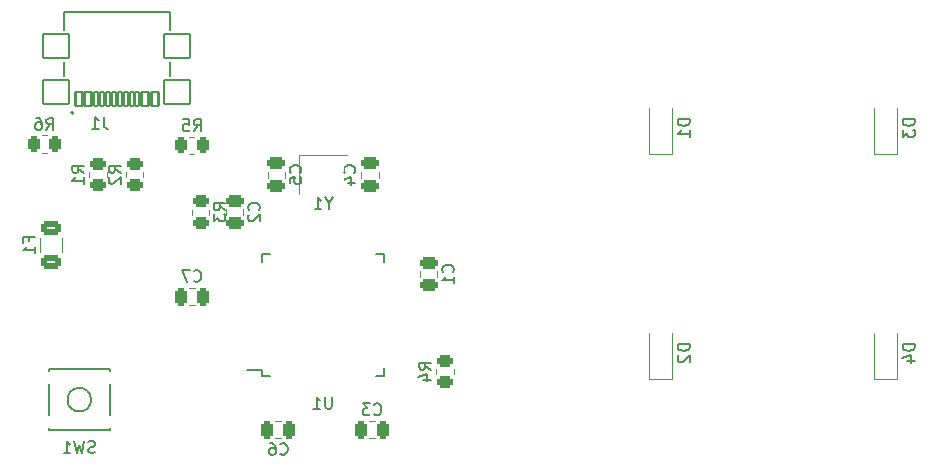
<source format=gbo>
G04 #@! TF.GenerationSoftware,KiCad,Pcbnew,6.0.11-2627ca5db0~126~ubuntu20.04.1*
G04 #@! TF.CreationDate,2024-07-14T02:52:22-04:00*
G04 #@! TF.ProjectId,mapel2x2-pcb,6d617065-6c32-4783-922d-7063622e6b69,rev?*
G04 #@! TF.SameCoordinates,Original*
G04 #@! TF.FileFunction,Legend,Bot*
G04 #@! TF.FilePolarity,Positive*
%FSLAX46Y46*%
G04 Gerber Fmt 4.6, Leading zero omitted, Abs format (unit mm)*
G04 Created by KiCad (PCBNEW 6.0.11-2627ca5db0~126~ubuntu20.04.1) date 2024-07-14 02:52:22*
%MOMM*%
%LPD*%
G01*
G04 APERTURE LIST*
G04 Aperture macros list*
%AMRoundRect*
0 Rectangle with rounded corners*
0 $1 Rounding radius*
0 $2 $3 $4 $5 $6 $7 $8 $9 X,Y pos of 4 corners*
0 Add a 4 corners polygon primitive as box body*
4,1,4,$2,$3,$4,$5,$6,$7,$8,$9,$2,$3,0*
0 Add four circle primitives for the rounded corners*
1,1,$1+$1,$2,$3*
1,1,$1+$1,$4,$5*
1,1,$1+$1,$6,$7*
1,1,$1+$1,$8,$9*
0 Add four rect primitives between the rounded corners*
20,1,$1+$1,$2,$3,$4,$5,0*
20,1,$1+$1,$4,$5,$6,$7,0*
20,1,$1+$1,$6,$7,$8,$9,0*
20,1,$1+$1,$8,$9,$2,$3,0*%
%AMHorizOval*
0 Thick line with rounded ends*
0 $1 width*
0 $2 $3 position (X,Y) of the first rounded end (center of the circle)*
0 $4 $5 position (X,Y) of the second rounded end (center of the circle)*
0 Add line between two ends*
20,1,$1,$2,$3,$4,$5,0*
0 Add two circle primitives to create the rounded ends*
1,1,$1,$2,$3*
1,1,$1,$4,$5*%
G04 Aperture macros list end*
%ADD10C,0.150000*%
%ADD11C,0.200000*%
%ADD12C,0.120000*%
%ADD13RoundRect,0.102000X-0.300000X-0.575000X0.300000X-0.575000X0.300000X0.575000X-0.300000X0.575000X0*%
%ADD14RoundRect,0.102000X-0.150000X-0.575000X0.150000X-0.575000X0.150000X0.575000X-0.150000X0.575000X0*%
%ADD15RoundRect,0.102000X-1.090000X-1.000000X1.090000X-1.000000X1.090000X1.000000X-1.090000X1.000000X0*%
%ADD16C,0.650000*%
%ADD17R,1.400000X1.200000*%
%ADD18R,1.500000X0.550000*%
%ADD19R,0.550000X1.500000*%
%ADD20R,1.800000X1.100000*%
%ADD21RoundRect,0.250000X0.262500X0.450000X-0.262500X0.450000X-0.262500X-0.450000X0.262500X-0.450000X0*%
%ADD22RoundRect,0.250000X-0.450000X0.262500X-0.450000X-0.262500X0.450000X-0.262500X0.450000X0.262500X0*%
%ADD23RoundRect,0.250000X0.450000X-0.262500X0.450000X0.262500X-0.450000X0.262500X-0.450000X-0.262500X0*%
%ADD24HorizOval,2.250000X0.020000X0.290000X-0.020000X-0.290000X0*%
%ADD25C,2.250000*%
%ADD26HorizOval,2.250000X0.655001X0.730000X-0.655001X-0.730000X0*%
%ADD27C,3.987800*%
%ADD28C,1.750000*%
%ADD29RoundRect,0.250000X-0.625000X0.375000X-0.625000X-0.375000X0.625000X-0.375000X0.625000X0.375000X0*%
%ADD30R,1.200000X0.900000*%
%ADD31RoundRect,0.250000X0.250000X0.475000X-0.250000X0.475000X-0.250000X-0.475000X0.250000X-0.475000X0*%
%ADD32RoundRect,0.250000X-0.250000X-0.475000X0.250000X-0.475000X0.250000X0.475000X-0.250000X0.475000X0*%
%ADD33RoundRect,0.250000X0.475000X-0.250000X0.475000X0.250000X-0.475000X0.250000X-0.475000X-0.250000X0*%
%ADD34RoundRect,0.250000X-0.475000X0.250000X-0.475000X-0.250000X0.475000X-0.250000X0.475000X0.250000X0*%
G04 APERTURE END LIST*
D10*
G04 #@! TO.C,J1*
X176708333Y-111806130D02*
X176708333Y-112520416D01*
X176755952Y-112663273D01*
X176851190Y-112758511D01*
X176994047Y-112806130D01*
X177089285Y-112806130D01*
X175708333Y-112806130D02*
X176279761Y-112806130D01*
X175994047Y-112806130D02*
X175994047Y-111806130D01*
X176089285Y-111948988D01*
X176184523Y-112044226D01*
X176279761Y-112091845D01*
G04 #@! TO.C,Y1*
X195738690Y-119107440D02*
X195738690Y-119583630D01*
X196072023Y-118583630D02*
X195738690Y-119107440D01*
X195405357Y-118583630D01*
X194548214Y-119583630D02*
X195119642Y-119583630D01*
X194833928Y-119583630D02*
X194833928Y-118583630D01*
X194929166Y-118726488D01*
X195024404Y-118821726D01*
X195119642Y-118869345D01*
G04 #@! TO.C,U1*
X196024404Y-135489880D02*
X196024404Y-136299404D01*
X195976785Y-136394642D01*
X195929166Y-136442261D01*
X195833928Y-136489880D01*
X195643452Y-136489880D01*
X195548214Y-136442261D01*
X195500595Y-136394642D01*
X195452976Y-136299404D01*
X195452976Y-135489880D01*
X194452976Y-136489880D02*
X195024404Y-136489880D01*
X194738690Y-136489880D02*
X194738690Y-135489880D01*
X194833928Y-135632738D01*
X194929166Y-135727976D01*
X195024404Y-135775595D01*
G04 #@! TO.C,SW1*
X175958333Y-140200011D02*
X175815476Y-140247630D01*
X175577380Y-140247630D01*
X175482142Y-140200011D01*
X175434523Y-140152392D01*
X175386904Y-140057154D01*
X175386904Y-139961916D01*
X175434523Y-139866678D01*
X175482142Y-139819059D01*
X175577380Y-139771440D01*
X175767857Y-139723821D01*
X175863095Y-139676202D01*
X175910714Y-139628583D01*
X175958333Y-139533345D01*
X175958333Y-139438107D01*
X175910714Y-139342869D01*
X175863095Y-139295250D01*
X175767857Y-139247630D01*
X175529761Y-139247630D01*
X175386904Y-139295250D01*
X175053571Y-139247630D02*
X174815476Y-140247630D01*
X174625000Y-139533345D01*
X174434523Y-140247630D01*
X174196428Y-139247630D01*
X173291666Y-140247630D02*
X173863095Y-140247630D01*
X173577380Y-140247630D02*
X173577380Y-139247630D01*
X173672619Y-139390488D01*
X173767857Y-139485726D01*
X173863095Y-139533345D01*
G04 #@! TO.C,R6*
X171843730Y-112879880D02*
X172177064Y-112403690D01*
X172415159Y-112879880D02*
X172415159Y-111879880D01*
X172034206Y-111879880D01*
X171938968Y-111927500D01*
X171891349Y-111975119D01*
X171843730Y-112070357D01*
X171843730Y-112213214D01*
X171891349Y-112308452D01*
X171938968Y-112356071D01*
X172034206Y-112403690D01*
X172415159Y-112403690D01*
X170986587Y-111879880D02*
X171177064Y-111879880D01*
X171272302Y-111927500D01*
X171319921Y-111975119D01*
X171415159Y-112117976D01*
X171462778Y-112308452D01*
X171462778Y-112689404D01*
X171415159Y-112784642D01*
X171367540Y-112832261D01*
X171272302Y-112879880D01*
X171081825Y-112879880D01*
X170986587Y-112832261D01*
X170938968Y-112784642D01*
X170891349Y-112689404D01*
X170891349Y-112451309D01*
X170938968Y-112356071D01*
X170986587Y-112308452D01*
X171081825Y-112260833D01*
X171272302Y-112260833D01*
X171367540Y-112308452D01*
X171415159Y-112356071D01*
X171462778Y-112451309D01*
G04 #@! TO.C,R5*
X184316666Y-112989880D02*
X184650000Y-112513690D01*
X184888095Y-112989880D02*
X184888095Y-111989880D01*
X184507142Y-111989880D01*
X184411904Y-112037500D01*
X184364285Y-112085119D01*
X184316666Y-112180357D01*
X184316666Y-112323214D01*
X184364285Y-112418452D01*
X184411904Y-112466071D01*
X184507142Y-112513690D01*
X184888095Y-112513690D01*
X183411904Y-111989880D02*
X183888095Y-111989880D01*
X183935714Y-112466071D01*
X183888095Y-112418452D01*
X183792857Y-112370833D01*
X183554761Y-112370833D01*
X183459523Y-112418452D01*
X183411904Y-112466071D01*
X183364285Y-112561309D01*
X183364285Y-112799404D01*
X183411904Y-112894642D01*
X183459523Y-112942261D01*
X183554761Y-112989880D01*
X183792857Y-112989880D01*
X183888095Y-112942261D01*
X183935714Y-112894642D01*
G04 #@! TO.C,R4*
X204383630Y-133183333D02*
X203907440Y-132850000D01*
X204383630Y-132611904D02*
X203383630Y-132611904D01*
X203383630Y-132992857D01*
X203431250Y-133088095D01*
X203478869Y-133135714D01*
X203574107Y-133183333D01*
X203716964Y-133183333D01*
X203812202Y-133135714D01*
X203859821Y-133088095D01*
X203907440Y-132992857D01*
X203907440Y-132611904D01*
X203716964Y-134040476D02*
X204383630Y-134040476D01*
X203336011Y-133802380D02*
X204050297Y-133564285D01*
X204050297Y-134183333D01*
G04 #@! TO.C,R3*
X186996130Y-119689583D02*
X186519940Y-119356250D01*
X186996130Y-119118154D02*
X185996130Y-119118154D01*
X185996130Y-119499107D01*
X186043750Y-119594345D01*
X186091369Y-119641964D01*
X186186607Y-119689583D01*
X186329464Y-119689583D01*
X186424702Y-119641964D01*
X186472321Y-119594345D01*
X186519940Y-119499107D01*
X186519940Y-119118154D01*
X185996130Y-120022916D02*
X185996130Y-120641964D01*
X186377083Y-120308630D01*
X186377083Y-120451488D01*
X186424702Y-120546726D01*
X186472321Y-120594345D01*
X186567559Y-120641964D01*
X186805654Y-120641964D01*
X186900892Y-120594345D01*
X186948511Y-120546726D01*
X186996130Y-120451488D01*
X186996130Y-120165773D01*
X186948511Y-120070535D01*
X186900892Y-120022916D01*
G04 #@! TO.C,R2*
X178126380Y-116514583D02*
X177650190Y-116181250D01*
X178126380Y-115943154D02*
X177126380Y-115943154D01*
X177126380Y-116324107D01*
X177174000Y-116419345D01*
X177221619Y-116466964D01*
X177316857Y-116514583D01*
X177459714Y-116514583D01*
X177554952Y-116466964D01*
X177602571Y-116419345D01*
X177650190Y-116324107D01*
X177650190Y-115943154D01*
X177221619Y-116895535D02*
X177174000Y-116943154D01*
X177126380Y-117038392D01*
X177126380Y-117276488D01*
X177174000Y-117371726D01*
X177221619Y-117419345D01*
X177316857Y-117466964D01*
X177412095Y-117466964D01*
X177554952Y-117419345D01*
X178126380Y-116847916D01*
X178126380Y-117466964D01*
G04 #@! TO.C,R1*
X175014880Y-116514583D02*
X174538690Y-116181250D01*
X175014880Y-115943154D02*
X174014880Y-115943154D01*
X174014880Y-116324107D01*
X174062500Y-116419345D01*
X174110119Y-116466964D01*
X174205357Y-116514583D01*
X174348214Y-116514583D01*
X174443452Y-116466964D01*
X174491071Y-116419345D01*
X174538690Y-116324107D01*
X174538690Y-115943154D01*
X175014880Y-117466964D02*
X175014880Y-116895535D01*
X175014880Y-117181250D02*
X174014880Y-117181250D01*
X174157738Y-117086011D01*
X174252976Y-116990773D01*
X174300595Y-116895535D01*
G04 #@! TO.C,F1*
X170352321Y-122304166D02*
X170352321Y-121970833D01*
X170876130Y-121970833D02*
X169876130Y-121970833D01*
X169876130Y-122447023D01*
X170876130Y-123351785D02*
X170876130Y-122780357D01*
X170876130Y-123066071D02*
X169876130Y-123066071D01*
X170018988Y-122970833D01*
X170114226Y-122875595D01*
X170161845Y-122780357D01*
G04 #@! TO.C,D4*
X245339880Y-131024404D02*
X244339880Y-131024404D01*
X244339880Y-131262500D01*
X244387500Y-131405357D01*
X244482738Y-131500595D01*
X244577976Y-131548214D01*
X244768452Y-131595833D01*
X244911309Y-131595833D01*
X245101785Y-131548214D01*
X245197023Y-131500595D01*
X245292261Y-131405357D01*
X245339880Y-131262500D01*
X245339880Y-131024404D01*
X244673214Y-132452976D02*
X245339880Y-132452976D01*
X244292261Y-132214880D02*
X245006547Y-131976785D01*
X245006547Y-132595833D01*
G04 #@! TO.C,D3*
X245339880Y-111974404D02*
X244339880Y-111974404D01*
X244339880Y-112212500D01*
X244387500Y-112355357D01*
X244482738Y-112450595D01*
X244577976Y-112498214D01*
X244768452Y-112545833D01*
X244911309Y-112545833D01*
X245101785Y-112498214D01*
X245197023Y-112450595D01*
X245292261Y-112355357D01*
X245339880Y-112212500D01*
X245339880Y-111974404D01*
X244339880Y-112879166D02*
X244339880Y-113498214D01*
X244720833Y-113164880D01*
X244720833Y-113307738D01*
X244768452Y-113402976D01*
X244816071Y-113450595D01*
X244911309Y-113498214D01*
X245149404Y-113498214D01*
X245244642Y-113450595D01*
X245292261Y-113402976D01*
X245339880Y-113307738D01*
X245339880Y-113022023D01*
X245292261Y-112926785D01*
X245244642Y-112879166D01*
G04 #@! TO.C,D2*
X226289880Y-131024404D02*
X225289880Y-131024404D01*
X225289880Y-131262500D01*
X225337500Y-131405357D01*
X225432738Y-131500595D01*
X225527976Y-131548214D01*
X225718452Y-131595833D01*
X225861309Y-131595833D01*
X226051785Y-131548214D01*
X226147023Y-131500595D01*
X226242261Y-131405357D01*
X226289880Y-131262500D01*
X226289880Y-131024404D01*
X225385119Y-131976785D02*
X225337500Y-132024404D01*
X225289880Y-132119642D01*
X225289880Y-132357738D01*
X225337500Y-132452976D01*
X225385119Y-132500595D01*
X225480357Y-132548214D01*
X225575595Y-132548214D01*
X225718452Y-132500595D01*
X226289880Y-131929166D01*
X226289880Y-132548214D01*
G04 #@! TO.C,D1*
X226289880Y-111974404D02*
X225289880Y-111974404D01*
X225289880Y-112212500D01*
X225337500Y-112355357D01*
X225432738Y-112450595D01*
X225527976Y-112498214D01*
X225718452Y-112545833D01*
X225861309Y-112545833D01*
X226051785Y-112498214D01*
X226147023Y-112450595D01*
X226242261Y-112355357D01*
X226289880Y-112212500D01*
X226289880Y-111974404D01*
X226289880Y-113498214D02*
X226289880Y-112926785D01*
X226289880Y-113212500D02*
X225289880Y-113212500D01*
X225432738Y-113117261D01*
X225527976Y-113022023D01*
X225575595Y-112926785D01*
G04 #@! TO.C,C7*
X184316666Y-125677142D02*
X184364285Y-125724761D01*
X184507142Y-125772380D01*
X184602380Y-125772380D01*
X184745238Y-125724761D01*
X184840476Y-125629523D01*
X184888095Y-125534285D01*
X184935714Y-125343809D01*
X184935714Y-125200952D01*
X184888095Y-125010476D01*
X184840476Y-124915238D01*
X184745238Y-124820000D01*
X184602380Y-124772380D01*
X184507142Y-124772380D01*
X184364285Y-124820000D01*
X184316666Y-124867619D01*
X183983333Y-124772380D02*
X183316666Y-124772380D01*
X183745238Y-125772380D01*
G04 #@! TO.C,C6*
X191632920Y-140318392D02*
X191680539Y-140366011D01*
X191823396Y-140413630D01*
X191918634Y-140413630D01*
X192061492Y-140366011D01*
X192156730Y-140270773D01*
X192204349Y-140175535D01*
X192251968Y-139985059D01*
X192251968Y-139842202D01*
X192204349Y-139651726D01*
X192156730Y-139556488D01*
X192061492Y-139461250D01*
X191918634Y-139413630D01*
X191823396Y-139413630D01*
X191680539Y-139461250D01*
X191632920Y-139508869D01*
X190775777Y-139413630D02*
X190966254Y-139413630D01*
X191061492Y-139461250D01*
X191109111Y-139508869D01*
X191204349Y-139651726D01*
X191251968Y-139842202D01*
X191251968Y-140223154D01*
X191204349Y-140318392D01*
X191156730Y-140366011D01*
X191061492Y-140413630D01*
X190871015Y-140413630D01*
X190775777Y-140366011D01*
X190728158Y-140318392D01*
X190680539Y-140223154D01*
X190680539Y-139985059D01*
X190728158Y-139889821D01*
X190775777Y-139842202D01*
X190871015Y-139794583D01*
X191061492Y-139794583D01*
X191156730Y-139842202D01*
X191204349Y-139889821D01*
X191251968Y-139985059D01*
G04 #@! TO.C,C5*
X193330892Y-116514583D02*
X193378511Y-116466964D01*
X193426130Y-116324107D01*
X193426130Y-116228869D01*
X193378511Y-116086011D01*
X193283273Y-115990773D01*
X193188035Y-115943154D01*
X192997559Y-115895535D01*
X192854702Y-115895535D01*
X192664226Y-115943154D01*
X192568988Y-115990773D01*
X192473750Y-116086011D01*
X192426130Y-116228869D01*
X192426130Y-116324107D01*
X192473750Y-116466964D01*
X192521369Y-116514583D01*
X192426130Y-117419345D02*
X192426130Y-116943154D01*
X192902321Y-116895535D01*
X192854702Y-116943154D01*
X192807083Y-117038392D01*
X192807083Y-117276488D01*
X192854702Y-117371726D01*
X192902321Y-117419345D01*
X192997559Y-117466964D01*
X193235654Y-117466964D01*
X193330892Y-117419345D01*
X193378511Y-117371726D01*
X193426130Y-117276488D01*
X193426130Y-117038392D01*
X193378511Y-116943154D01*
X193330892Y-116895535D01*
G04 #@! TO.C,C4*
X197908392Y-116514583D02*
X197956011Y-116466964D01*
X198003630Y-116324107D01*
X198003630Y-116228869D01*
X197956011Y-116086011D01*
X197860773Y-115990773D01*
X197765535Y-115943154D01*
X197575059Y-115895535D01*
X197432202Y-115895535D01*
X197241726Y-115943154D01*
X197146488Y-115990773D01*
X197051250Y-116086011D01*
X197003630Y-116228869D01*
X197003630Y-116324107D01*
X197051250Y-116466964D01*
X197098869Y-116514583D01*
X197336964Y-117371726D02*
X198003630Y-117371726D01*
X196956011Y-117133630D02*
X197670297Y-116895535D01*
X197670297Y-117514583D01*
G04 #@! TO.C,C3*
X199570420Y-136958392D02*
X199618039Y-137006011D01*
X199760896Y-137053630D01*
X199856134Y-137053630D01*
X199998992Y-137006011D01*
X200094230Y-136910773D01*
X200141849Y-136815535D01*
X200189468Y-136625059D01*
X200189468Y-136482202D01*
X200141849Y-136291726D01*
X200094230Y-136196488D01*
X199998992Y-136101250D01*
X199856134Y-136053630D01*
X199760896Y-136053630D01*
X199618039Y-136101250D01*
X199570420Y-136148869D01*
X199237087Y-136053630D02*
X198618039Y-136053630D01*
X198951373Y-136434583D01*
X198808515Y-136434583D01*
X198713277Y-136482202D01*
X198665658Y-136529821D01*
X198618039Y-136625059D01*
X198618039Y-136863154D01*
X198665658Y-136958392D01*
X198713277Y-137006011D01*
X198808515Y-137053630D01*
X199094230Y-137053630D01*
X199189468Y-137006011D01*
X199237087Y-136958392D01*
G04 #@! TO.C,C2*
X189818392Y-119689583D02*
X189866011Y-119641964D01*
X189913630Y-119499107D01*
X189913630Y-119403869D01*
X189866011Y-119261011D01*
X189770773Y-119165773D01*
X189675535Y-119118154D01*
X189485059Y-119070535D01*
X189342202Y-119070535D01*
X189151726Y-119118154D01*
X189056488Y-119165773D01*
X188961250Y-119261011D01*
X188913630Y-119403869D01*
X188913630Y-119499107D01*
X188961250Y-119641964D01*
X189008869Y-119689583D01*
X189008869Y-120070535D02*
X188961250Y-120118154D01*
X188913630Y-120213392D01*
X188913630Y-120451488D01*
X188961250Y-120546726D01*
X189008869Y-120594345D01*
X189104107Y-120641964D01*
X189199345Y-120641964D01*
X189342202Y-120594345D01*
X189913630Y-120022916D01*
X189913630Y-120641964D01*
G04 #@! TO.C,C1*
X206253142Y-124928333D02*
X206300761Y-124880714D01*
X206348380Y-124737857D01*
X206348380Y-124642619D01*
X206300761Y-124499761D01*
X206205523Y-124404523D01*
X206110285Y-124356904D01*
X205919809Y-124309285D01*
X205776952Y-124309285D01*
X205586476Y-124356904D01*
X205491238Y-124404523D01*
X205396000Y-124499761D01*
X205348380Y-124642619D01*
X205348380Y-124737857D01*
X205396000Y-124880714D01*
X205443619Y-124928333D01*
X206348380Y-125880714D02*
X206348380Y-125309285D01*
X206348380Y-125595000D02*
X205348380Y-125595000D01*
X205491238Y-125499761D01*
X205586476Y-125404523D01*
X205634095Y-125309285D01*
D11*
G04 #@! TO.C,J1*
X173330000Y-104428750D02*
X173330000Y-102938750D01*
X173330000Y-102938750D02*
X182270000Y-102938750D01*
X182270000Y-102938750D02*
X182270000Y-104428750D01*
X173330000Y-108358750D02*
X173330000Y-107148750D01*
X182270000Y-108358750D02*
X182270000Y-107148750D01*
X174120000Y-111448750D02*
G75*
G03*
X174120000Y-111448750I-100000J0D01*
G01*
D12*
G04 #@! TO.C,Y1*
X193262500Y-115031250D02*
X197262500Y-115031250D01*
X193262500Y-118331250D02*
X193262500Y-115031250D01*
D10*
G04 #@! TO.C,U1*
X190087500Y-123412500D02*
X190087500Y-124087500D01*
X190087500Y-123412500D02*
X190762500Y-123412500D01*
X200437500Y-123412500D02*
X200437500Y-124087500D01*
X200437500Y-133762500D02*
X200437500Y-133087500D01*
X190087500Y-133762500D02*
X190762500Y-133762500D01*
X200437500Y-123412500D02*
X199762500Y-123412500D01*
X190087500Y-133187500D02*
X188812500Y-133187500D01*
X200437500Y-133762500D02*
X199762500Y-133762500D01*
X190087500Y-133762500D02*
X190087500Y-133187500D01*
G04 #@! TO.C,SW1*
X175625000Y-135731250D02*
G75*
G03*
X175625000Y-135731250I-1000000J0D01*
G01*
X177225000Y-138331250D02*
X177225000Y-133131250D01*
X172025000Y-138331250D02*
X177225000Y-138331250D01*
X172025000Y-133131250D02*
X172025000Y-138331250D01*
X177225000Y-133131250D02*
X172025000Y-133131250D01*
D12*
G04 #@! TO.C,R6*
X171904128Y-113342500D02*
X171450000Y-113342500D01*
X171904128Y-114812500D02*
X171450000Y-114812500D01*
G04 #@! TO.C,R5*
X184377064Y-113452500D02*
X183922936Y-113452500D01*
X184377064Y-114922500D02*
X183922936Y-114922500D01*
G04 #@! TO.C,R4*
X204846250Y-133122936D02*
X204846250Y-133577064D01*
X206316250Y-133122936D02*
X206316250Y-133577064D01*
G04 #@! TO.C,R3*
X185628750Y-120083314D02*
X185628750Y-119629186D01*
X184158750Y-120083314D02*
X184158750Y-119629186D01*
G04 #@! TO.C,R2*
X178589000Y-116454186D02*
X178589000Y-116908314D01*
X180059000Y-116454186D02*
X180059000Y-116908314D01*
G04 #@! TO.C,R1*
X175477500Y-116454186D02*
X175477500Y-116908314D01*
X176947500Y-116454186D02*
X176947500Y-116908314D01*
G04 #@! TO.C,F1*
X173153750Y-122035436D02*
X173153750Y-123239564D01*
X171333750Y-122035436D02*
X171333750Y-123239564D01*
G04 #@! TO.C,D4*
X243887500Y-134012500D02*
X243887500Y-130112500D01*
X243887500Y-134012500D02*
X241887500Y-134012500D01*
X241887500Y-134012500D02*
X241887500Y-130112500D01*
G04 #@! TO.C,D3*
X243887500Y-114962500D02*
X243887500Y-111062500D01*
X243887500Y-114962500D02*
X241887500Y-114962500D01*
X241887500Y-114962500D02*
X241887500Y-111062500D01*
G04 #@! TO.C,D2*
X224837500Y-134012500D02*
X224837500Y-130112500D01*
X224837500Y-134012500D02*
X222837500Y-134012500D01*
X222837500Y-134012500D02*
X222837500Y-130112500D01*
G04 #@! TO.C,D1*
X224837500Y-114962500D02*
X224837500Y-111062500D01*
X224837500Y-114962500D02*
X222837500Y-114962500D01*
X222837500Y-114962500D02*
X222837500Y-111062500D01*
G04 #@! TO.C,C7*
X184411252Y-127735000D02*
X183888748Y-127735000D01*
X184411252Y-126265000D02*
X183888748Y-126265000D01*
G04 #@! TO.C,C6*
X191205002Y-137546250D02*
X191727506Y-137546250D01*
X191205002Y-139016250D02*
X191727506Y-139016250D01*
G04 #@! TO.C,C5*
X190558750Y-116942502D02*
X190558750Y-116419998D01*
X192028750Y-116942502D02*
X192028750Y-116419998D01*
G04 #@! TO.C,C4*
X198496250Y-116419998D02*
X198496250Y-116942502D01*
X199966250Y-116419998D02*
X199966250Y-116942502D01*
G04 #@! TO.C,C3*
X199665006Y-137546250D02*
X199142502Y-137546250D01*
X199665006Y-139016250D02*
X199142502Y-139016250D01*
G04 #@! TO.C,C2*
X187046250Y-120117502D02*
X187046250Y-119594998D01*
X188516250Y-120117502D02*
X188516250Y-119594998D01*
G04 #@! TO.C,C1*
X204951000Y-125356252D02*
X204951000Y-124833748D01*
X203481000Y-125356252D02*
X203481000Y-124833748D01*
G04 #@! TD*
%LPC*%
D13*
G04 #@! TO.C,J1*
X174600000Y-110293750D03*
X175400000Y-110293750D03*
X180200000Y-110293750D03*
X181000000Y-110293750D03*
D14*
X176050000Y-110293750D03*
X179550000Y-110293750D03*
X176550000Y-110293750D03*
X179050000Y-110293750D03*
X177050000Y-110293750D03*
X178550000Y-110293750D03*
X177550000Y-110293750D03*
X178050000Y-110293750D03*
D15*
X172690000Y-109718750D03*
X182910000Y-109718750D03*
X172690000Y-105788750D03*
X182910000Y-105788750D03*
D16*
X174910000Y-109218750D03*
X180690000Y-109218750D03*
G04 #@! TD*
D17*
G04 #@! TO.C,Y1*
X194162500Y-117531250D03*
X196362500Y-117531250D03*
X196362500Y-115831250D03*
X194162500Y-115831250D03*
G04 #@! TD*
D18*
G04 #@! TO.C,U1*
X189562500Y-132587500D03*
X189562500Y-131787500D03*
X189562500Y-130987500D03*
X189562500Y-130187500D03*
X189562500Y-129387500D03*
X189562500Y-128587500D03*
X189562500Y-127787500D03*
X189562500Y-126987500D03*
X189562500Y-126187500D03*
X189562500Y-125387500D03*
X189562500Y-124587500D03*
D19*
X191262500Y-122887500D03*
X192062500Y-122887500D03*
X192862500Y-122887500D03*
X193662500Y-122887500D03*
X194462500Y-122887500D03*
X195262500Y-122887500D03*
X196062500Y-122887500D03*
X196862500Y-122887500D03*
X197662500Y-122887500D03*
X198462500Y-122887500D03*
X199262500Y-122887500D03*
D18*
X200962500Y-124587500D03*
X200962500Y-125387500D03*
X200962500Y-126187500D03*
X200962500Y-126987500D03*
X200962500Y-127787500D03*
X200962500Y-128587500D03*
X200962500Y-129387500D03*
X200962500Y-130187500D03*
X200962500Y-130987500D03*
X200962500Y-131787500D03*
X200962500Y-132587500D03*
D19*
X199262500Y-134287500D03*
X198462500Y-134287500D03*
X197662500Y-134287500D03*
X196862500Y-134287500D03*
X196062500Y-134287500D03*
X195262500Y-134287500D03*
X194462500Y-134287500D03*
X193662500Y-134287500D03*
X192862500Y-134287500D03*
X192062500Y-134287500D03*
X191262500Y-134287500D03*
G04 #@! TD*
D20*
G04 #@! TO.C,SW1*
X171525000Y-137581250D03*
X177725000Y-133881250D03*
X171525000Y-133881250D03*
X177725000Y-137581250D03*
G04 #@! TD*
D21*
G04 #@! TO.C,R6*
X172589564Y-114077500D03*
X170764564Y-114077500D03*
G04 #@! TD*
G04 #@! TO.C,R5*
X185062500Y-114187500D03*
X183237500Y-114187500D03*
G04 #@! TD*
D22*
G04 #@! TO.C,R4*
X205581250Y-132437500D03*
X205581250Y-134262500D03*
G04 #@! TD*
D23*
G04 #@! TO.C,R3*
X184893750Y-120768750D03*
X184893750Y-118943750D03*
G04 #@! TD*
D22*
G04 #@! TO.C,R2*
X179324000Y-115768750D03*
X179324000Y-117593750D03*
G04 #@! TD*
G04 #@! TO.C,R1*
X176212500Y-115768750D03*
X176212500Y-117593750D03*
G04 #@! TD*
D24*
G04 #@! TO.C,MX4*
X237470000Y-126972500D03*
D25*
X237490000Y-126682500D03*
D26*
X231795001Y-128492500D03*
D27*
X234950000Y-131762500D03*
D25*
X232450000Y-127762500D03*
D28*
X229870000Y-131762500D03*
X240030000Y-131762500D03*
G04 #@! TD*
D24*
G04 #@! TO.C,MX2*
X237470000Y-107922500D03*
D25*
X237490000Y-107632500D03*
D26*
X231795001Y-109442500D03*
D27*
X234950000Y-112712500D03*
D25*
X232450000Y-108712500D03*
D28*
X229870000Y-112712500D03*
X240030000Y-112712500D03*
G04 #@! TD*
D24*
G04 #@! TO.C,MX3*
X218420000Y-126972500D03*
D25*
X218440000Y-126682500D03*
D26*
X212745001Y-128492500D03*
D27*
X215900000Y-131762500D03*
D25*
X213400000Y-127762500D03*
D28*
X210820000Y-131762500D03*
X220980000Y-131762500D03*
G04 #@! TD*
D24*
G04 #@! TO.C,MX1*
X218420000Y-107922500D03*
D25*
X218440000Y-107632500D03*
D26*
X212745001Y-109442500D03*
D27*
X215900000Y-112712500D03*
D25*
X213400000Y-108712500D03*
D28*
X210820000Y-112712500D03*
X220980000Y-112712500D03*
G04 #@! TD*
D29*
G04 #@! TO.C,F1*
X172243750Y-121237500D03*
X172243750Y-124037500D03*
G04 #@! TD*
D30*
G04 #@! TO.C,D4*
X242887500Y-133412500D03*
X242887500Y-130112500D03*
G04 #@! TD*
G04 #@! TO.C,D3*
X242887500Y-114362500D03*
X242887500Y-111062500D03*
G04 #@! TD*
G04 #@! TO.C,D2*
X223837500Y-133412500D03*
X223837500Y-130112500D03*
G04 #@! TD*
G04 #@! TO.C,D1*
X223837500Y-114362500D03*
X223837500Y-111062500D03*
G04 #@! TD*
D31*
G04 #@! TO.C,C7*
X185100000Y-127000000D03*
X183200000Y-127000000D03*
G04 #@! TD*
D32*
G04 #@! TO.C,C6*
X190516254Y-138281250D03*
X192416254Y-138281250D03*
G04 #@! TD*
D33*
G04 #@! TO.C,C5*
X191293750Y-117631250D03*
X191293750Y-115731250D03*
G04 #@! TD*
D34*
G04 #@! TO.C,C4*
X199231250Y-117631250D03*
X199231250Y-115731250D03*
G04 #@! TD*
D31*
G04 #@! TO.C,C3*
X198453754Y-138281250D03*
X200353754Y-138281250D03*
G04 #@! TD*
D33*
G04 #@! TO.C,C2*
X187781250Y-120806250D03*
X187781250Y-118906250D03*
G04 #@! TD*
G04 #@! TO.C,C1*
X204216000Y-124145000D03*
X204216000Y-126045000D03*
G04 #@! TD*
M02*

</source>
